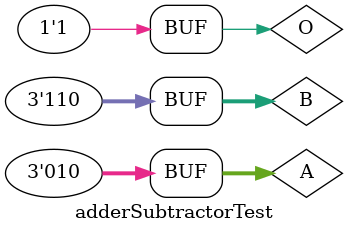
<source format=v>
module adderSubtractorTest();
    reg O;
    reg [2:0] A;
    reg [2:0] B;
    wire [6:0] S;
    wire Cout;
    addSubtract A69(O,A,B,S,Cout);
    initial
    begin
    O=0;
    A=3'b011;
    B=3'b100;
    #10
    O=1;
    A=3'b011;
    B=3'b100;
    #10
    O=0;
    A=3'b111;
    B=3'b111;
    #10
    O=1;
    A=3'b010;
    B=3'b110;
    end
endmodule
</source>
